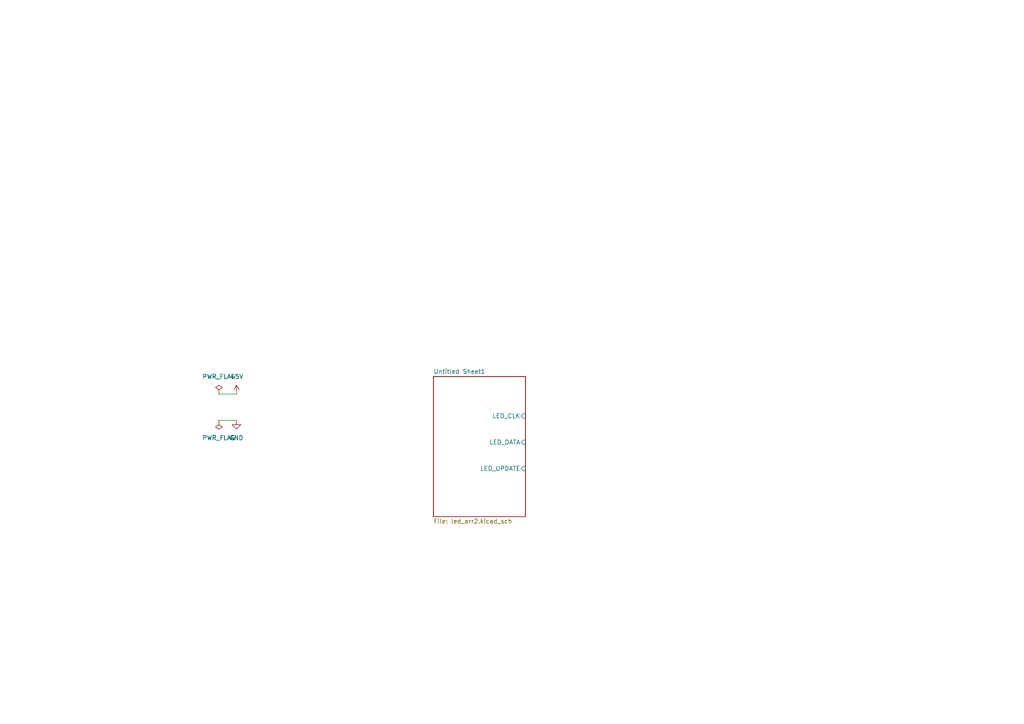
<source format=kicad_sch>
(kicad_sch (version 20211123) (generator eeschema)
  (paper "A4")
  (lib_symbols
    (symbol "power:+5V" (power) (pin_names (offset 0))
      (property "Value" "+5V" (at 0 3.556 0))
      (symbol "+5V_0_1"
        (polyline (pts (xy -0.762 1.27) (xy 0 2.54)))
        (polyline (pts (xy 0 0) (xy 0 2.54)))
        (polyline (pts (xy 0 2.54) (xy 0.762 1.27)))
      )
      (symbol "+5V_1_1"
        (pin power_in line (at 0 0 90) (length 0) hide (name "+5V") (number "1"))
      )
    )
    (symbol "power:GND" (power) (pin_names (offset 0))
      (property "Value" "GND" (at 0 -3.81 0))
      (symbol "GND_0_1"
        (polyline (pts (xy 0 0) (xy 0 -1.27) (xy 1.27 -1.27) (xy 0 -2.54) (xy -1.27 -1.27) (xy 0 -1.27)))
      )
      (symbol "GND_1_1"
        (pin power_in line (at 0 0 270) (length 0) hide (name "GND") (number "1"))
      )
    )
    (symbol "power:PWR_FLAG" (power) (pin_numbers hide) (pin_names (offset 0) hide)
      (property "Value" "PWR_FLAG" (at 0 3.81 0))
      (symbol "PWR_FLAG_0_0"
        (pin power_out line (at 0 0 90) (length 0) (name "pwr") (number "1"))
      )
      (symbol "PWR_FLAG_0_1"
        (polyline (pts (xy 0 0) (xy 0 1.27) (xy -1.016 1.905) (xy 0 2.54) (xy 1.016 1.905) (xy 0 1.27)))
      )
    )
  )
  (wire (pts (xy 63.5 114.3) (xy 68.58 114.3)))
  (wire (pts (xy 63.5 121.92) (xy 68.58 121.92)))
  (symbol (lib_id "power:PWR_FLAG") (at 63.5 121.92 180) (unit 1)
    (property "Reference" "#FLG0102" (effects hide))
    (property "Value" "PWR_FLAG" (at 63.5 127 0))
  )
  (symbol (lib_id "power:GND") (at 68.58 121.92 0) (unit 1)
    (property "Reference" "#PWR0102" (effects hide))
    (property "Value" "GND" (at 68.58 127 0))
  )
  (symbol (lib_id "power:+5V") (at 68.58 114.3 0) (unit 1)
    (property "Reference" "#PWR0101" (effects hide))
    (property "Value" "+5V" (at 68.58 109.22 0))
  )
  (symbol (lib_id "power:PWR_FLAG") (at 63.5 114.3 0) (unit 1)
    (property "Reference" "#FLG0101" (effects hide))
    (property "Value" "PWR_FLAG" (at 63.5 109.22 0))
  )
  (sheet (at 125.73 109.22) (size 26.67 40.64) (stroke (width 0.1524))
    (property "Sheet name" "Untitled Sheet1" (at 125.73 108.5084 0) (effects (justify left bottom)))
    (property "Sheet file" "led_arr2.kicad_sch" (at 125.73 150.4446 0) (effects (justify left top)))
    (pin "LED_CLK" input (at 152.4 120.65 0))
    (pin "LED_DATA" input (at 152.4 128.27 0))
    (pin "LED_UPDATE" input (at 152.4 135.89 0))
  )
)
</source>
